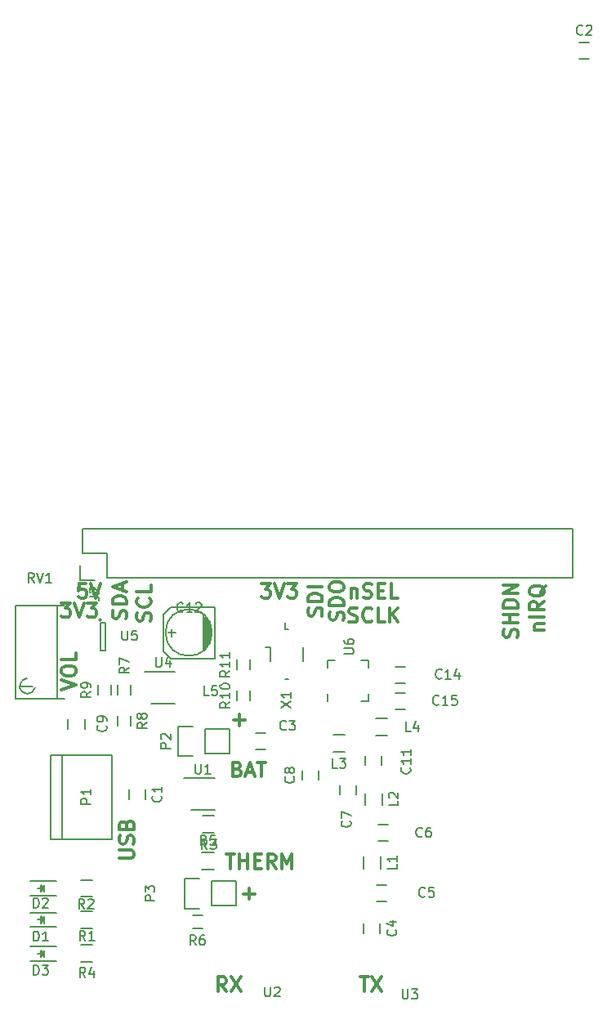
<source format=gbr>
G04 #@! TF.FileFunction,Legend,Top*
%FSLAX46Y46*%
G04 Gerber Fmt 4.6, Leading zero omitted, Abs format (unit mm)*
G04 Created by KiCad (PCBNEW 4.0.4-stable) date 04/06/17 21:17:55*
%MOMM*%
%LPD*%
G01*
G04 APERTURE LIST*
%ADD10C,0.100000*%
%ADD11C,0.300000*%
%ADD12C,0.150000*%
G04 APERTURE END LIST*
D10*
D11*
X97528572Y-114307143D02*
X98671429Y-114307143D01*
X98100000Y-114878571D02*
X98100000Y-113735714D01*
X98528572Y-132307143D02*
X99671429Y-132307143D01*
X99100000Y-132878571D02*
X99100000Y-131735714D01*
X79642858Y-102178571D02*
X80571429Y-102178571D01*
X80071429Y-102750000D01*
X80285715Y-102750000D01*
X80428572Y-102821429D01*
X80500001Y-102892857D01*
X80571429Y-103035714D01*
X80571429Y-103392857D01*
X80500001Y-103535714D01*
X80428572Y-103607143D01*
X80285715Y-103678571D01*
X79857143Y-103678571D01*
X79714286Y-103607143D01*
X79642858Y-103535714D01*
X81000000Y-102178571D02*
X81500000Y-103678571D01*
X82000000Y-102178571D01*
X82357143Y-102178571D02*
X83285714Y-102178571D01*
X82785714Y-102750000D01*
X83000000Y-102750000D01*
X83142857Y-102821429D01*
X83214286Y-102892857D01*
X83285714Y-103035714D01*
X83285714Y-103392857D01*
X83214286Y-103535714D01*
X83142857Y-103607143D01*
X83000000Y-103678571D01*
X82571428Y-103678571D01*
X82428571Y-103607143D01*
X82357143Y-103535714D01*
X82214287Y-100178571D02*
X81500001Y-100178571D01*
X81428572Y-100892857D01*
X81500001Y-100821429D01*
X81642858Y-100750000D01*
X82000001Y-100750000D01*
X82142858Y-100821429D01*
X82214287Y-100892857D01*
X82285715Y-101035714D01*
X82285715Y-101392857D01*
X82214287Y-101535714D01*
X82142858Y-101607143D01*
X82000001Y-101678571D01*
X81642858Y-101678571D01*
X81500001Y-101607143D01*
X81428572Y-101535714D01*
X82714286Y-100178571D02*
X83214286Y-101678571D01*
X83714286Y-100178571D01*
X88857143Y-104035714D02*
X88928571Y-103821428D01*
X88928571Y-103464285D01*
X88857143Y-103321428D01*
X88785714Y-103249999D01*
X88642857Y-103178571D01*
X88500000Y-103178571D01*
X88357143Y-103249999D01*
X88285714Y-103321428D01*
X88214286Y-103464285D01*
X88142857Y-103749999D01*
X88071429Y-103892857D01*
X88000000Y-103964285D01*
X87857143Y-104035714D01*
X87714286Y-104035714D01*
X87571429Y-103964285D01*
X87500000Y-103892857D01*
X87428571Y-103749999D01*
X87428571Y-103392857D01*
X87500000Y-103178571D01*
X88785714Y-101678571D02*
X88857143Y-101750000D01*
X88928571Y-101964286D01*
X88928571Y-102107143D01*
X88857143Y-102321428D01*
X88714286Y-102464286D01*
X88571429Y-102535714D01*
X88285714Y-102607143D01*
X88071429Y-102607143D01*
X87785714Y-102535714D01*
X87642857Y-102464286D01*
X87500000Y-102321428D01*
X87428571Y-102107143D01*
X87428571Y-101964286D01*
X87500000Y-101750000D01*
X87571429Y-101678571D01*
X88928571Y-100321428D02*
X88928571Y-101035714D01*
X87428571Y-101035714D01*
X86357143Y-103821428D02*
X86428571Y-103607142D01*
X86428571Y-103249999D01*
X86357143Y-103107142D01*
X86285714Y-103035713D01*
X86142857Y-102964285D01*
X86000000Y-102964285D01*
X85857143Y-103035713D01*
X85785714Y-103107142D01*
X85714286Y-103249999D01*
X85642857Y-103535713D01*
X85571429Y-103678571D01*
X85500000Y-103749999D01*
X85357143Y-103821428D01*
X85214286Y-103821428D01*
X85071429Y-103749999D01*
X85000000Y-103678571D01*
X84928571Y-103535713D01*
X84928571Y-103178571D01*
X85000000Y-102964285D01*
X86428571Y-102321428D02*
X84928571Y-102321428D01*
X84928571Y-101964285D01*
X85000000Y-101750000D01*
X85142857Y-101607142D01*
X85285714Y-101535714D01*
X85571429Y-101464285D01*
X85785714Y-101464285D01*
X86071429Y-101535714D01*
X86214286Y-101607142D01*
X86357143Y-101750000D01*
X86428571Y-101964285D01*
X86428571Y-102321428D01*
X86000000Y-100892857D02*
X86000000Y-100178571D01*
X86428571Y-101035714D02*
X84928571Y-100535714D01*
X86428571Y-100035714D01*
X128678571Y-104964286D02*
X129678571Y-104964286D01*
X128821429Y-104964286D02*
X128750000Y-104892858D01*
X128678571Y-104750000D01*
X128678571Y-104535715D01*
X128750000Y-104392858D01*
X128892857Y-104321429D01*
X129678571Y-104321429D01*
X129678571Y-103607143D02*
X128178571Y-103607143D01*
X129678571Y-102035714D02*
X128964286Y-102535714D01*
X129678571Y-102892857D02*
X128178571Y-102892857D01*
X128178571Y-102321429D01*
X128250000Y-102178571D01*
X128321429Y-102107143D01*
X128464286Y-102035714D01*
X128678571Y-102035714D01*
X128821429Y-102107143D01*
X128892857Y-102178571D01*
X128964286Y-102321429D01*
X128964286Y-102892857D01*
X129821429Y-100392857D02*
X129750000Y-100535714D01*
X129607143Y-100678571D01*
X129392857Y-100892857D01*
X129321429Y-101035714D01*
X129321429Y-101178571D01*
X129678571Y-101107143D02*
X129607143Y-101250000D01*
X129464286Y-101392857D01*
X129178571Y-101464286D01*
X128678571Y-101464286D01*
X128392857Y-101392857D01*
X128250000Y-101250000D01*
X128178571Y-101107143D01*
X128178571Y-100821429D01*
X128250000Y-100678571D01*
X128392857Y-100535714D01*
X128678571Y-100464286D01*
X129178571Y-100464286D01*
X129464286Y-100535714D01*
X129607143Y-100678571D01*
X129678571Y-100821429D01*
X129678571Y-101107143D01*
X126857143Y-105750000D02*
X126928571Y-105535714D01*
X126928571Y-105178571D01*
X126857143Y-105035714D01*
X126785714Y-104964285D01*
X126642857Y-104892857D01*
X126500000Y-104892857D01*
X126357143Y-104964285D01*
X126285714Y-105035714D01*
X126214286Y-105178571D01*
X126142857Y-105464285D01*
X126071429Y-105607143D01*
X126000000Y-105678571D01*
X125857143Y-105750000D01*
X125714286Y-105750000D01*
X125571429Y-105678571D01*
X125500000Y-105607143D01*
X125428571Y-105464285D01*
X125428571Y-105107143D01*
X125500000Y-104892857D01*
X126928571Y-104250000D02*
X125428571Y-104250000D01*
X126142857Y-104250000D02*
X126142857Y-103392857D01*
X126928571Y-103392857D02*
X125428571Y-103392857D01*
X126928571Y-102678571D02*
X125428571Y-102678571D01*
X125428571Y-102321428D01*
X125500000Y-102107143D01*
X125642857Y-101964285D01*
X125785714Y-101892857D01*
X126071429Y-101821428D01*
X126285714Y-101821428D01*
X126571429Y-101892857D01*
X126714286Y-101964285D01*
X126857143Y-102107143D01*
X126928571Y-102321428D01*
X126928571Y-102678571D01*
X126928571Y-101178571D02*
X125428571Y-101178571D01*
X126928571Y-100321428D01*
X125428571Y-100321428D01*
X109464286Y-104107143D02*
X109678572Y-104178571D01*
X110035715Y-104178571D01*
X110178572Y-104107143D01*
X110250001Y-104035714D01*
X110321429Y-103892857D01*
X110321429Y-103750000D01*
X110250001Y-103607143D01*
X110178572Y-103535714D01*
X110035715Y-103464286D01*
X109750001Y-103392857D01*
X109607143Y-103321429D01*
X109535715Y-103250000D01*
X109464286Y-103107143D01*
X109464286Y-102964286D01*
X109535715Y-102821429D01*
X109607143Y-102750000D01*
X109750001Y-102678571D01*
X110107143Y-102678571D01*
X110321429Y-102750000D01*
X111821429Y-104035714D02*
X111750000Y-104107143D01*
X111535714Y-104178571D01*
X111392857Y-104178571D01*
X111178572Y-104107143D01*
X111035714Y-103964286D01*
X110964286Y-103821429D01*
X110892857Y-103535714D01*
X110892857Y-103321429D01*
X110964286Y-103035714D01*
X111035714Y-102892857D01*
X111178572Y-102750000D01*
X111392857Y-102678571D01*
X111535714Y-102678571D01*
X111750000Y-102750000D01*
X111821429Y-102821429D01*
X113178572Y-104178571D02*
X112464286Y-104178571D01*
X112464286Y-102678571D01*
X113678572Y-104178571D02*
X113678572Y-102678571D01*
X114535715Y-104178571D02*
X113892858Y-103321429D01*
X114535715Y-102678571D02*
X113678572Y-103535714D01*
X109678572Y-100678571D02*
X109678572Y-101678571D01*
X109678572Y-100821429D02*
X109750000Y-100750000D01*
X109892858Y-100678571D01*
X110107143Y-100678571D01*
X110250000Y-100750000D01*
X110321429Y-100892857D01*
X110321429Y-101678571D01*
X110964286Y-101607143D02*
X111178572Y-101678571D01*
X111535715Y-101678571D01*
X111678572Y-101607143D01*
X111750001Y-101535714D01*
X111821429Y-101392857D01*
X111821429Y-101250000D01*
X111750001Y-101107143D01*
X111678572Y-101035714D01*
X111535715Y-100964286D01*
X111250001Y-100892857D01*
X111107143Y-100821429D01*
X111035715Y-100750000D01*
X110964286Y-100607143D01*
X110964286Y-100464286D01*
X111035715Y-100321429D01*
X111107143Y-100250000D01*
X111250001Y-100178571D01*
X111607143Y-100178571D01*
X111821429Y-100250000D01*
X112464286Y-100892857D02*
X112964286Y-100892857D01*
X113178572Y-101678571D02*
X112464286Y-101678571D01*
X112464286Y-100178571D01*
X113178572Y-100178571D01*
X114535715Y-101678571D02*
X113821429Y-101678571D01*
X113821429Y-100178571D01*
X108857143Y-103964286D02*
X108928571Y-103750000D01*
X108928571Y-103392857D01*
X108857143Y-103250000D01*
X108785714Y-103178571D01*
X108642857Y-103107143D01*
X108500000Y-103107143D01*
X108357143Y-103178571D01*
X108285714Y-103250000D01*
X108214286Y-103392857D01*
X108142857Y-103678571D01*
X108071429Y-103821429D01*
X108000000Y-103892857D01*
X107857143Y-103964286D01*
X107714286Y-103964286D01*
X107571429Y-103892857D01*
X107500000Y-103821429D01*
X107428571Y-103678571D01*
X107428571Y-103321429D01*
X107500000Y-103107143D01*
X108928571Y-102464286D02*
X107428571Y-102464286D01*
X107428571Y-102107143D01*
X107500000Y-101892858D01*
X107642857Y-101750000D01*
X107785714Y-101678572D01*
X108071429Y-101607143D01*
X108285714Y-101607143D01*
X108571429Y-101678572D01*
X108714286Y-101750000D01*
X108857143Y-101892858D01*
X108928571Y-102107143D01*
X108928571Y-102464286D01*
X107428571Y-100678572D02*
X107428571Y-100392858D01*
X107500000Y-100250000D01*
X107642857Y-100107143D01*
X107928571Y-100035715D01*
X108428571Y-100035715D01*
X108714286Y-100107143D01*
X108857143Y-100250000D01*
X108928571Y-100392858D01*
X108928571Y-100678572D01*
X108857143Y-100821429D01*
X108714286Y-100964286D01*
X108428571Y-101035715D01*
X107928571Y-101035715D01*
X107642857Y-100964286D01*
X107500000Y-100821429D01*
X107428571Y-100678572D01*
X106607143Y-103535714D02*
X106678571Y-103321428D01*
X106678571Y-102964285D01*
X106607143Y-102821428D01*
X106535714Y-102749999D01*
X106392857Y-102678571D01*
X106250000Y-102678571D01*
X106107143Y-102749999D01*
X106035714Y-102821428D01*
X105964286Y-102964285D01*
X105892857Y-103249999D01*
X105821429Y-103392857D01*
X105750000Y-103464285D01*
X105607143Y-103535714D01*
X105464286Y-103535714D01*
X105321429Y-103464285D01*
X105250000Y-103392857D01*
X105178571Y-103249999D01*
X105178571Y-102892857D01*
X105250000Y-102678571D01*
X106678571Y-102035714D02*
X105178571Y-102035714D01*
X105178571Y-101678571D01*
X105250000Y-101464286D01*
X105392857Y-101321428D01*
X105535714Y-101250000D01*
X105821429Y-101178571D01*
X106035714Y-101178571D01*
X106321429Y-101250000D01*
X106464286Y-101321428D01*
X106607143Y-101464286D01*
X106678571Y-101678571D01*
X106678571Y-102035714D01*
X106678571Y-100535714D02*
X105178571Y-100535714D01*
X100392858Y-100178571D02*
X101321429Y-100178571D01*
X100821429Y-100750000D01*
X101035715Y-100750000D01*
X101178572Y-100821429D01*
X101250001Y-100892857D01*
X101321429Y-101035714D01*
X101321429Y-101392857D01*
X101250001Y-101535714D01*
X101178572Y-101607143D01*
X101035715Y-101678571D01*
X100607143Y-101678571D01*
X100464286Y-101607143D01*
X100392858Y-101535714D01*
X101750000Y-100178571D02*
X102250000Y-101678571D01*
X102750000Y-100178571D01*
X103107143Y-100178571D02*
X104035714Y-100178571D01*
X103535714Y-100750000D01*
X103750000Y-100750000D01*
X103892857Y-100821429D01*
X103964286Y-100892857D01*
X104035714Y-101035714D01*
X104035714Y-101392857D01*
X103964286Y-101535714D01*
X103892857Y-101607143D01*
X103750000Y-101678571D01*
X103321428Y-101678571D01*
X103178571Y-101607143D01*
X103107143Y-101535714D01*
X110607143Y-140928571D02*
X111464286Y-140928571D01*
X111035715Y-142428571D02*
X111035715Y-140928571D01*
X111821429Y-140928571D02*
X112821429Y-142428571D01*
X112821429Y-140928571D02*
X111821429Y-142428571D01*
X96750001Y-142428571D02*
X96250001Y-141714286D01*
X95892858Y-142428571D02*
X95892858Y-140928571D01*
X96464286Y-140928571D01*
X96607144Y-141000000D01*
X96678572Y-141071429D01*
X96750001Y-141214286D01*
X96750001Y-141428571D01*
X96678572Y-141571429D01*
X96607144Y-141642857D01*
X96464286Y-141714286D01*
X95892858Y-141714286D01*
X97250001Y-140928571D02*
X98250001Y-142428571D01*
X98250001Y-140928571D02*
X97250001Y-142428571D01*
X96750000Y-128178571D02*
X97607143Y-128178571D01*
X97178572Y-129678571D02*
X97178572Y-128178571D01*
X98107143Y-129678571D02*
X98107143Y-128178571D01*
X98107143Y-128892857D02*
X98964286Y-128892857D01*
X98964286Y-129678571D02*
X98964286Y-128178571D01*
X99678572Y-128892857D02*
X100178572Y-128892857D01*
X100392858Y-129678571D02*
X99678572Y-129678571D01*
X99678572Y-128178571D01*
X100392858Y-128178571D01*
X101892858Y-129678571D02*
X101392858Y-128964286D01*
X101035715Y-129678571D02*
X101035715Y-128178571D01*
X101607143Y-128178571D01*
X101750001Y-128250000D01*
X101821429Y-128321429D01*
X101892858Y-128464286D01*
X101892858Y-128678571D01*
X101821429Y-128821429D01*
X101750001Y-128892857D01*
X101607143Y-128964286D01*
X101035715Y-128964286D01*
X102535715Y-129678571D02*
X102535715Y-128178571D01*
X103035715Y-129250000D01*
X103535715Y-128178571D01*
X103535715Y-129678571D01*
X97892858Y-119392857D02*
X98107144Y-119464286D01*
X98178572Y-119535714D01*
X98250001Y-119678571D01*
X98250001Y-119892857D01*
X98178572Y-120035714D01*
X98107144Y-120107143D01*
X97964286Y-120178571D01*
X97392858Y-120178571D01*
X97392858Y-118678571D01*
X97892858Y-118678571D01*
X98035715Y-118750000D01*
X98107144Y-118821429D01*
X98178572Y-118964286D01*
X98178572Y-119107143D01*
X98107144Y-119250000D01*
X98035715Y-119321429D01*
X97892858Y-119392857D01*
X97392858Y-119392857D01*
X98821429Y-119750000D02*
X99535715Y-119750000D01*
X98678572Y-120178571D02*
X99178572Y-118678571D01*
X99678572Y-120178571D01*
X99964286Y-118678571D02*
X100821429Y-118678571D01*
X100392858Y-120178571D02*
X100392858Y-118678571D01*
X79678571Y-111142857D02*
X81178571Y-110642857D01*
X79678571Y-110142857D01*
X79678571Y-109357143D02*
X79678571Y-109071429D01*
X79750000Y-108928571D01*
X79892857Y-108785714D01*
X80178571Y-108714286D01*
X80678571Y-108714286D01*
X80964286Y-108785714D01*
X81107143Y-108928571D01*
X81178571Y-109071429D01*
X81178571Y-109357143D01*
X81107143Y-109500000D01*
X80964286Y-109642857D01*
X80678571Y-109714286D01*
X80178571Y-109714286D01*
X79892857Y-109642857D01*
X79750000Y-109500000D01*
X79678571Y-109357143D01*
X81178571Y-107357142D02*
X81178571Y-108071428D01*
X79678571Y-108071428D01*
X85678571Y-128642857D02*
X86892857Y-128642857D01*
X87035714Y-128571429D01*
X87107143Y-128500000D01*
X87178571Y-128357143D01*
X87178571Y-128071429D01*
X87107143Y-127928571D01*
X87035714Y-127857143D01*
X86892857Y-127785714D01*
X85678571Y-127785714D01*
X87107143Y-127142857D02*
X87178571Y-126928571D01*
X87178571Y-126571428D01*
X87107143Y-126428571D01*
X87035714Y-126357142D01*
X86892857Y-126285714D01*
X86750000Y-126285714D01*
X86607143Y-126357142D01*
X86535714Y-126428571D01*
X86464286Y-126571428D01*
X86392857Y-126857142D01*
X86321429Y-127000000D01*
X86250000Y-127071428D01*
X86107143Y-127142857D01*
X85964286Y-127142857D01*
X85821429Y-127071428D01*
X85750000Y-127000000D01*
X85678571Y-126857142D01*
X85678571Y-126500000D01*
X85750000Y-126285714D01*
X86392857Y-125142857D02*
X86464286Y-124928571D01*
X86535714Y-124857143D01*
X86678571Y-124785714D01*
X86892857Y-124785714D01*
X87035714Y-124857143D01*
X87107143Y-124928571D01*
X87178571Y-125071429D01*
X87178571Y-125642857D01*
X85678571Y-125642857D01*
X85678571Y-125142857D01*
X85750000Y-125000000D01*
X85821429Y-124928571D01*
X85964286Y-124857143D01*
X86107143Y-124857143D01*
X86250000Y-124928571D01*
X86321429Y-125000000D01*
X86392857Y-125142857D01*
X86392857Y-125642857D01*
D12*
X88975000Y-112600000D02*
X91425000Y-112600000D01*
X88250000Y-109300000D02*
X91425000Y-109300000D01*
X132640000Y-94480000D02*
X81840000Y-94480000D01*
X84380000Y-99560000D02*
X132640000Y-99560000D01*
X132640000Y-94480000D02*
X132640000Y-99560000D01*
X81840000Y-94480000D02*
X81840000Y-97020000D01*
X81560000Y-98290000D02*
X81560000Y-99840000D01*
X81840000Y-97020000D02*
X84380000Y-97020000D01*
X84380000Y-97020000D02*
X84380000Y-99560000D01*
X81560000Y-99840000D02*
X83110000Y-99840000D01*
X88350000Y-122500000D02*
X88350000Y-121500000D01*
X86650000Y-121500000D02*
X86650000Y-122500000D01*
X134323333Y-44125000D02*
X133323333Y-44125000D01*
X133323333Y-45825000D02*
X134323333Y-45825000D01*
X100810000Y-115630000D02*
X99810000Y-115630000D01*
X99810000Y-117330000D02*
X100810000Y-117330000D01*
X112675000Y-136375000D02*
X112675000Y-135375000D01*
X110975000Y-135375000D02*
X110975000Y-136375000D01*
X113350000Y-131425000D02*
X112350000Y-131425000D01*
X112350000Y-133125000D02*
X113350000Y-133125000D01*
X113500000Y-125150000D02*
X112500000Y-125150000D01*
X112500000Y-126850000D02*
X113500000Y-126850000D01*
X110200000Y-122050000D02*
X110200000Y-121050000D01*
X108500000Y-121050000D02*
X108500000Y-122050000D01*
X104600000Y-119525000D02*
X104600000Y-120525000D01*
X106300000Y-120525000D02*
X106300000Y-119525000D01*
X82050000Y-115200000D02*
X82050000Y-114200000D01*
X80350000Y-114200000D02*
X80350000Y-115200000D01*
X112850000Y-119000000D02*
X112850000Y-118000000D01*
X111150000Y-118000000D02*
X111150000Y-119000000D01*
X95136000Y-105885000D02*
X95136000Y-104488000D01*
X95009000Y-106139000D02*
X95009000Y-104361000D01*
X94882000Y-106520000D02*
X94882000Y-103980000D01*
X94755000Y-103853000D02*
X94755000Y-106647000D01*
X94628000Y-106774000D02*
X94628000Y-103726000D01*
X94501000Y-103599000D02*
X94501000Y-106901000D01*
X94374000Y-107028000D02*
X94374000Y-103472000D01*
X95517000Y-107917000D02*
X90945000Y-107917000D01*
X90945000Y-107917000D02*
X90183000Y-107155000D01*
X90183000Y-107155000D02*
X90183000Y-103345000D01*
X90183000Y-103345000D02*
X90945000Y-102583000D01*
X90945000Y-102583000D02*
X95517000Y-102583000D01*
X95517000Y-102583000D02*
X95517000Y-107917000D01*
X90691000Y-105250000D02*
X91453000Y-105250000D01*
X91072000Y-105631000D02*
X91072000Y-104869000D01*
X95263000Y-105250000D02*
G75*
G03X95263000Y-105250000I-2413000J0D01*
G01*
X114250000Y-110500000D02*
X115250000Y-110500000D01*
X115250000Y-108800000D02*
X114250000Y-108800000D01*
X114250000Y-113200000D02*
X115250000Y-113200000D01*
X115250000Y-111500000D02*
X114250000Y-111500000D01*
X79100000Y-134250000D02*
X76400000Y-134250000D01*
X79100000Y-135750000D02*
X76400000Y-135750000D01*
X77600000Y-134850000D02*
X77600000Y-135100000D01*
X77600000Y-135100000D02*
X77750000Y-134950000D01*
X77850000Y-135350000D02*
X77850000Y-134650000D01*
X77500000Y-135000000D02*
X77150000Y-135000000D01*
X77850000Y-135000000D02*
X77500000Y-135350000D01*
X77500000Y-135350000D02*
X77500000Y-134650000D01*
X77500000Y-134650000D02*
X77850000Y-135000000D01*
X79100000Y-131000000D02*
X76400000Y-131000000D01*
X79100000Y-132500000D02*
X76400000Y-132500000D01*
X77600000Y-131600000D02*
X77600000Y-131850000D01*
X77600000Y-131850000D02*
X77750000Y-131700000D01*
X77850000Y-132100000D02*
X77850000Y-131400000D01*
X77500000Y-131750000D02*
X77150000Y-131750000D01*
X77850000Y-131750000D02*
X77500000Y-132100000D01*
X77500000Y-132100000D02*
X77500000Y-131400000D01*
X77500000Y-131400000D02*
X77850000Y-131750000D01*
X79100000Y-137750000D02*
X76400000Y-137750000D01*
X79100000Y-139250000D02*
X76400000Y-139250000D01*
X77600000Y-138350000D02*
X77600000Y-138600000D01*
X77600000Y-138600000D02*
X77750000Y-138450000D01*
X77850000Y-138850000D02*
X77850000Y-138150000D01*
X77500000Y-138500000D02*
X77150000Y-138500000D01*
X77850000Y-138500000D02*
X77500000Y-138850000D01*
X77500000Y-138850000D02*
X77500000Y-138150000D01*
X77500000Y-138150000D02*
X77850000Y-138500000D01*
X110975000Y-129675000D02*
X110975000Y-128475000D01*
X112725000Y-128475000D02*
X112725000Y-129675000D01*
X111125000Y-123100000D02*
X111125000Y-121900000D01*
X112875000Y-121900000D02*
X112875000Y-123100000D01*
X107800000Y-115850000D02*
X109000000Y-115850000D01*
X109000000Y-117600000D02*
X107800000Y-117600000D01*
X112200000Y-114125000D02*
X113400000Y-114125000D01*
X113400000Y-115875000D02*
X112200000Y-115875000D01*
X78522540Y-117949100D02*
X78522540Y-126649100D01*
X84927540Y-117949100D02*
X84927540Y-126649100D01*
X84927540Y-126649100D02*
X78522540Y-126649100D01*
X79752540Y-126649100D02*
X79752540Y-117949100D01*
X78522540Y-117949100D02*
X84927540Y-117949100D01*
X94580000Y-115240000D02*
X97120000Y-115240000D01*
X91760000Y-114960000D02*
X93310000Y-114960000D01*
X94580000Y-115240000D02*
X94580000Y-117780000D01*
X93310000Y-118060000D02*
X91760000Y-118060000D01*
X91760000Y-118060000D02*
X91760000Y-114960000D01*
X94580000Y-117780000D02*
X97120000Y-117780000D01*
X97120000Y-117780000D02*
X97120000Y-115240000D01*
X82850000Y-135875000D02*
X81650000Y-135875000D01*
X81650000Y-134125000D02*
X82850000Y-134125000D01*
X82850000Y-132625000D02*
X81650000Y-132625000D01*
X81650000Y-130875000D02*
X82850000Y-130875000D01*
X94310000Y-124245000D02*
X95510000Y-124245000D01*
X95510000Y-125995000D02*
X94310000Y-125995000D01*
X82850000Y-139375000D02*
X81650000Y-139375000D01*
X81650000Y-137625000D02*
X82850000Y-137625000D01*
X95430000Y-129795000D02*
X94230000Y-129795000D01*
X94230000Y-128045000D02*
X95430000Y-128045000D01*
X93250000Y-134575000D02*
X94250000Y-134575000D01*
X94250000Y-135925000D02*
X93250000Y-135925000D01*
X85475000Y-111700000D02*
X85475000Y-110700000D01*
X86825000Y-110700000D02*
X86825000Y-111700000D01*
X85475000Y-114900000D02*
X85475000Y-113900000D01*
X86825000Y-113900000D02*
X86825000Y-114900000D01*
X84825000Y-110700000D02*
X84825000Y-111700000D01*
X83475000Y-111700000D02*
X83475000Y-110700000D01*
X99225000Y-111300000D02*
X99225000Y-112300000D01*
X97875000Y-112300000D02*
X97875000Y-111300000D01*
X99225000Y-108075000D02*
X99225000Y-109075000D01*
X97875000Y-109075000D02*
X97875000Y-108075000D01*
X75368000Y-110796000D02*
X76638000Y-110796000D01*
X76117300Y-110008600D02*
X75863300Y-110046700D01*
X75863300Y-110046700D02*
X75583900Y-110224500D01*
X75583900Y-110224500D02*
X75368000Y-110542000D01*
X75368000Y-110542000D02*
X75355300Y-110986500D01*
X75355300Y-110986500D02*
X75558500Y-111342100D01*
X75558500Y-111342100D02*
X75850600Y-111519900D01*
X75850600Y-111519900D02*
X76168100Y-111570700D01*
X76168100Y-111570700D02*
X76574500Y-111469100D01*
X76574500Y-111469100D02*
X76828500Y-111126200D01*
X76828500Y-111126200D02*
X76917400Y-110948400D01*
X79178000Y-102414000D02*
X79178000Y-112066000D01*
X76130000Y-112066000D02*
X74860000Y-112066000D01*
X74860000Y-112066000D02*
X74860000Y-102414000D01*
X74860000Y-102414000D02*
X79940000Y-102414000D01*
X79940000Y-112066000D02*
X77400000Y-112066000D01*
X77400000Y-112066000D02*
X76130000Y-112066000D01*
X93085000Y-123650000D02*
X95535000Y-123650000D01*
X92360000Y-120350000D02*
X95535000Y-120350000D01*
X107200000Y-108100000D02*
X107975000Y-108100000D01*
X111500000Y-112400000D02*
X110725000Y-112400000D01*
X111500000Y-108100000D02*
X110725000Y-108100000D01*
X107200000Y-112400000D02*
X107200000Y-111625000D01*
X111500000Y-112400000D02*
X111500000Y-111625000D01*
X111500000Y-108100000D02*
X111500000Y-108875000D01*
X107200000Y-108100000D02*
X107200000Y-108875000D01*
X102800000Y-104900000D02*
X102800000Y-104200000D01*
X101300000Y-106800000D02*
X100800000Y-106800000D01*
X101300000Y-108202080D02*
X101300000Y-106800000D01*
X104700000Y-106798960D02*
X104700000Y-108201040D01*
X102800000Y-110100000D02*
X103200000Y-110100000D01*
X102800000Y-104900000D02*
X103200000Y-104900000D01*
X83760000Y-103940000D02*
G75*
G03X83760000Y-103940000I-100000J0D01*
G01*
X84210000Y-104190000D02*
X83710000Y-104190000D01*
X84210000Y-107090000D02*
X84210000Y-104190000D01*
X83710000Y-107090000D02*
X84210000Y-107090000D01*
X83710000Y-104190000D02*
X83710000Y-107090000D01*
X95240000Y-131010000D02*
X97780000Y-131010000D01*
X92420000Y-130730000D02*
X93970000Y-130730000D01*
X95240000Y-131010000D02*
X95240000Y-133550000D01*
X93970000Y-133830000D02*
X92420000Y-133830000D01*
X92420000Y-133830000D02*
X92420000Y-130730000D01*
X95240000Y-133550000D02*
X97780000Y-133550000D01*
X97780000Y-133550000D02*
X97780000Y-131010000D01*
X89438095Y-107827381D02*
X89438095Y-108636905D01*
X89485714Y-108732143D01*
X89533333Y-108779762D01*
X89628571Y-108827381D01*
X89819048Y-108827381D01*
X89914286Y-108779762D01*
X89961905Y-108732143D01*
X90009524Y-108636905D01*
X90009524Y-107827381D01*
X90914286Y-108160714D02*
X90914286Y-108827381D01*
X90676190Y-107779762D02*
X90438095Y-108494048D01*
X91057143Y-108494048D01*
X82562381Y-101544333D02*
X83276667Y-101544333D01*
X83419524Y-101591953D01*
X83514762Y-101687191D01*
X83562381Y-101830048D01*
X83562381Y-101925286D01*
X82657619Y-101115762D02*
X82610000Y-101068143D01*
X82562381Y-100972905D01*
X82562381Y-100734809D01*
X82610000Y-100639571D01*
X82657619Y-100591952D01*
X82752857Y-100544333D01*
X82848095Y-100544333D01*
X82990952Y-100591952D01*
X83562381Y-101163381D01*
X83562381Y-100544333D01*
X89957143Y-122166666D02*
X90004762Y-122214285D01*
X90052381Y-122357142D01*
X90052381Y-122452380D01*
X90004762Y-122595238D01*
X89909524Y-122690476D01*
X89814286Y-122738095D01*
X89623810Y-122785714D01*
X89480952Y-122785714D01*
X89290476Y-122738095D01*
X89195238Y-122690476D01*
X89100000Y-122595238D01*
X89052381Y-122452380D01*
X89052381Y-122357142D01*
X89100000Y-122214285D01*
X89147619Y-122166666D01*
X90052381Y-121214285D02*
X90052381Y-121785714D01*
X90052381Y-121500000D02*
X89052381Y-121500000D01*
X89195238Y-121595238D01*
X89290476Y-121690476D01*
X89338095Y-121785714D01*
X133656667Y-43232143D02*
X133609048Y-43279762D01*
X133466191Y-43327381D01*
X133370953Y-43327381D01*
X133228095Y-43279762D01*
X133132857Y-43184524D01*
X133085238Y-43089286D01*
X133037619Y-42898810D01*
X133037619Y-42755952D01*
X133085238Y-42565476D01*
X133132857Y-42470238D01*
X133228095Y-42375000D01*
X133370953Y-42327381D01*
X133466191Y-42327381D01*
X133609048Y-42375000D01*
X133656667Y-42422619D01*
X134037619Y-42422619D02*
X134085238Y-42375000D01*
X134180476Y-42327381D01*
X134418572Y-42327381D01*
X134513810Y-42375000D01*
X134561429Y-42422619D01*
X134609048Y-42517857D01*
X134609048Y-42613095D01*
X134561429Y-42755952D01*
X133990000Y-43327381D01*
X134609048Y-43327381D01*
X102933334Y-115257143D02*
X102885715Y-115304762D01*
X102742858Y-115352381D01*
X102647620Y-115352381D01*
X102504762Y-115304762D01*
X102409524Y-115209524D01*
X102361905Y-115114286D01*
X102314286Y-114923810D01*
X102314286Y-114780952D01*
X102361905Y-114590476D01*
X102409524Y-114495238D01*
X102504762Y-114400000D01*
X102647620Y-114352381D01*
X102742858Y-114352381D01*
X102885715Y-114400000D01*
X102933334Y-114447619D01*
X103266667Y-114352381D02*
X103885715Y-114352381D01*
X103552381Y-114733333D01*
X103695239Y-114733333D01*
X103790477Y-114780952D01*
X103838096Y-114828571D01*
X103885715Y-114923810D01*
X103885715Y-115161905D01*
X103838096Y-115257143D01*
X103790477Y-115304762D01*
X103695239Y-115352381D01*
X103409524Y-115352381D01*
X103314286Y-115304762D01*
X103266667Y-115257143D01*
X114282143Y-136041666D02*
X114329762Y-136089285D01*
X114377381Y-136232142D01*
X114377381Y-136327380D01*
X114329762Y-136470238D01*
X114234524Y-136565476D01*
X114139286Y-136613095D01*
X113948810Y-136660714D01*
X113805952Y-136660714D01*
X113615476Y-136613095D01*
X113520238Y-136565476D01*
X113425000Y-136470238D01*
X113377381Y-136327380D01*
X113377381Y-136232142D01*
X113425000Y-136089285D01*
X113472619Y-136041666D01*
X113710714Y-135184523D02*
X114377381Y-135184523D01*
X113329762Y-135422619D02*
X114044048Y-135660714D01*
X114044048Y-135041666D01*
X117333334Y-132557143D02*
X117285715Y-132604762D01*
X117142858Y-132652381D01*
X117047620Y-132652381D01*
X116904762Y-132604762D01*
X116809524Y-132509524D01*
X116761905Y-132414286D01*
X116714286Y-132223810D01*
X116714286Y-132080952D01*
X116761905Y-131890476D01*
X116809524Y-131795238D01*
X116904762Y-131700000D01*
X117047620Y-131652381D01*
X117142858Y-131652381D01*
X117285715Y-131700000D01*
X117333334Y-131747619D01*
X118238096Y-131652381D02*
X117761905Y-131652381D01*
X117714286Y-132128571D01*
X117761905Y-132080952D01*
X117857143Y-132033333D01*
X118095239Y-132033333D01*
X118190477Y-132080952D01*
X118238096Y-132128571D01*
X118285715Y-132223810D01*
X118285715Y-132461905D01*
X118238096Y-132557143D01*
X118190477Y-132604762D01*
X118095239Y-132652381D01*
X117857143Y-132652381D01*
X117761905Y-132604762D01*
X117714286Y-132557143D01*
X117033334Y-126357143D02*
X116985715Y-126404762D01*
X116842858Y-126452381D01*
X116747620Y-126452381D01*
X116604762Y-126404762D01*
X116509524Y-126309524D01*
X116461905Y-126214286D01*
X116414286Y-126023810D01*
X116414286Y-125880952D01*
X116461905Y-125690476D01*
X116509524Y-125595238D01*
X116604762Y-125500000D01*
X116747620Y-125452381D01*
X116842858Y-125452381D01*
X116985715Y-125500000D01*
X117033334Y-125547619D01*
X117890477Y-125452381D02*
X117700000Y-125452381D01*
X117604762Y-125500000D01*
X117557143Y-125547619D01*
X117461905Y-125690476D01*
X117414286Y-125880952D01*
X117414286Y-126261905D01*
X117461905Y-126357143D01*
X117509524Y-126404762D01*
X117604762Y-126452381D01*
X117795239Y-126452381D01*
X117890477Y-126404762D01*
X117938096Y-126357143D01*
X117985715Y-126261905D01*
X117985715Y-126023810D01*
X117938096Y-125928571D01*
X117890477Y-125880952D01*
X117795239Y-125833333D01*
X117604762Y-125833333D01*
X117509524Y-125880952D01*
X117461905Y-125928571D01*
X117414286Y-126023810D01*
X109557143Y-124766666D02*
X109604762Y-124814285D01*
X109652381Y-124957142D01*
X109652381Y-125052380D01*
X109604762Y-125195238D01*
X109509524Y-125290476D01*
X109414286Y-125338095D01*
X109223810Y-125385714D01*
X109080952Y-125385714D01*
X108890476Y-125338095D01*
X108795238Y-125290476D01*
X108700000Y-125195238D01*
X108652381Y-125052380D01*
X108652381Y-124957142D01*
X108700000Y-124814285D01*
X108747619Y-124766666D01*
X108652381Y-124433333D02*
X108652381Y-123766666D01*
X109652381Y-124195238D01*
X103707143Y-120191666D02*
X103754762Y-120239285D01*
X103802381Y-120382142D01*
X103802381Y-120477380D01*
X103754762Y-120620238D01*
X103659524Y-120715476D01*
X103564286Y-120763095D01*
X103373810Y-120810714D01*
X103230952Y-120810714D01*
X103040476Y-120763095D01*
X102945238Y-120715476D01*
X102850000Y-120620238D01*
X102802381Y-120477380D01*
X102802381Y-120382142D01*
X102850000Y-120239285D01*
X102897619Y-120191666D01*
X103230952Y-119620238D02*
X103183333Y-119715476D01*
X103135714Y-119763095D01*
X103040476Y-119810714D01*
X102992857Y-119810714D01*
X102897619Y-119763095D01*
X102850000Y-119715476D01*
X102802381Y-119620238D01*
X102802381Y-119429761D01*
X102850000Y-119334523D01*
X102897619Y-119286904D01*
X102992857Y-119239285D01*
X103040476Y-119239285D01*
X103135714Y-119286904D01*
X103183333Y-119334523D01*
X103230952Y-119429761D01*
X103230952Y-119620238D01*
X103278571Y-119715476D01*
X103326190Y-119763095D01*
X103421429Y-119810714D01*
X103611905Y-119810714D01*
X103707143Y-119763095D01*
X103754762Y-119715476D01*
X103802381Y-119620238D01*
X103802381Y-119429761D01*
X103754762Y-119334523D01*
X103707143Y-119286904D01*
X103611905Y-119239285D01*
X103421429Y-119239285D01*
X103326190Y-119286904D01*
X103278571Y-119334523D01*
X103230952Y-119429761D01*
X84257143Y-114866666D02*
X84304762Y-114914285D01*
X84352381Y-115057142D01*
X84352381Y-115152380D01*
X84304762Y-115295238D01*
X84209524Y-115390476D01*
X84114286Y-115438095D01*
X83923810Y-115485714D01*
X83780952Y-115485714D01*
X83590476Y-115438095D01*
X83495238Y-115390476D01*
X83400000Y-115295238D01*
X83352381Y-115152380D01*
X83352381Y-115057142D01*
X83400000Y-114914285D01*
X83447619Y-114866666D01*
X84352381Y-114390476D02*
X84352381Y-114200000D01*
X84304762Y-114104761D01*
X84257143Y-114057142D01*
X84114286Y-113961904D01*
X83923810Y-113914285D01*
X83542857Y-113914285D01*
X83447619Y-113961904D01*
X83400000Y-114009523D01*
X83352381Y-114104761D01*
X83352381Y-114295238D01*
X83400000Y-114390476D01*
X83447619Y-114438095D01*
X83542857Y-114485714D01*
X83780952Y-114485714D01*
X83876190Y-114438095D01*
X83923810Y-114390476D01*
X83971429Y-114295238D01*
X83971429Y-114104761D01*
X83923810Y-114009523D01*
X83876190Y-113961904D01*
X83780952Y-113914285D01*
X115757143Y-119242857D02*
X115804762Y-119290476D01*
X115852381Y-119433333D01*
X115852381Y-119528571D01*
X115804762Y-119671429D01*
X115709524Y-119766667D01*
X115614286Y-119814286D01*
X115423810Y-119861905D01*
X115280952Y-119861905D01*
X115090476Y-119814286D01*
X114995238Y-119766667D01*
X114900000Y-119671429D01*
X114852381Y-119528571D01*
X114852381Y-119433333D01*
X114900000Y-119290476D01*
X114947619Y-119242857D01*
X115852381Y-118290476D02*
X115852381Y-118861905D01*
X115852381Y-118576191D02*
X114852381Y-118576191D01*
X114995238Y-118671429D01*
X115090476Y-118766667D01*
X115138095Y-118861905D01*
X115852381Y-117338095D02*
X115852381Y-117909524D01*
X115852381Y-117623810D02*
X114852381Y-117623810D01*
X114995238Y-117719048D01*
X115090476Y-117814286D01*
X115138095Y-117909524D01*
X92257143Y-103057143D02*
X92209524Y-103104762D01*
X92066667Y-103152381D01*
X91971429Y-103152381D01*
X91828571Y-103104762D01*
X91733333Y-103009524D01*
X91685714Y-102914286D01*
X91638095Y-102723810D01*
X91638095Y-102580952D01*
X91685714Y-102390476D01*
X91733333Y-102295238D01*
X91828571Y-102200000D01*
X91971429Y-102152381D01*
X92066667Y-102152381D01*
X92209524Y-102200000D01*
X92257143Y-102247619D01*
X93209524Y-103152381D02*
X92638095Y-103152381D01*
X92923809Y-103152381D02*
X92923809Y-102152381D01*
X92828571Y-102295238D01*
X92733333Y-102390476D01*
X92638095Y-102438095D01*
X93590476Y-102247619D02*
X93638095Y-102200000D01*
X93733333Y-102152381D01*
X93971429Y-102152381D01*
X94066667Y-102200000D01*
X94114286Y-102247619D01*
X94161905Y-102342857D01*
X94161905Y-102438095D01*
X94114286Y-102580952D01*
X93542857Y-103152381D01*
X94161905Y-103152381D01*
X119057143Y-109957143D02*
X119009524Y-110004762D01*
X118866667Y-110052381D01*
X118771429Y-110052381D01*
X118628571Y-110004762D01*
X118533333Y-109909524D01*
X118485714Y-109814286D01*
X118438095Y-109623810D01*
X118438095Y-109480952D01*
X118485714Y-109290476D01*
X118533333Y-109195238D01*
X118628571Y-109100000D01*
X118771429Y-109052381D01*
X118866667Y-109052381D01*
X119009524Y-109100000D01*
X119057143Y-109147619D01*
X120009524Y-110052381D02*
X119438095Y-110052381D01*
X119723809Y-110052381D02*
X119723809Y-109052381D01*
X119628571Y-109195238D01*
X119533333Y-109290476D01*
X119438095Y-109338095D01*
X120866667Y-109385714D02*
X120866667Y-110052381D01*
X120628571Y-109004762D02*
X120390476Y-109719048D01*
X121009524Y-109719048D01*
X118757143Y-112657143D02*
X118709524Y-112704762D01*
X118566667Y-112752381D01*
X118471429Y-112752381D01*
X118328571Y-112704762D01*
X118233333Y-112609524D01*
X118185714Y-112514286D01*
X118138095Y-112323810D01*
X118138095Y-112180952D01*
X118185714Y-111990476D01*
X118233333Y-111895238D01*
X118328571Y-111800000D01*
X118471429Y-111752381D01*
X118566667Y-111752381D01*
X118709524Y-111800000D01*
X118757143Y-111847619D01*
X119709524Y-112752381D02*
X119138095Y-112752381D01*
X119423809Y-112752381D02*
X119423809Y-111752381D01*
X119328571Y-111895238D01*
X119233333Y-111990476D01*
X119138095Y-112038095D01*
X120614286Y-111752381D02*
X120138095Y-111752381D01*
X120090476Y-112228571D01*
X120138095Y-112180952D01*
X120233333Y-112133333D01*
X120471429Y-112133333D01*
X120566667Y-112180952D01*
X120614286Y-112228571D01*
X120661905Y-112323810D01*
X120661905Y-112561905D01*
X120614286Y-112657143D01*
X120566667Y-112704762D01*
X120471429Y-112752381D01*
X120233333Y-112752381D01*
X120138095Y-112704762D01*
X120090476Y-112657143D01*
X76761905Y-137202381D02*
X76761905Y-136202381D01*
X77000000Y-136202381D01*
X77142858Y-136250000D01*
X77238096Y-136345238D01*
X77285715Y-136440476D01*
X77333334Y-136630952D01*
X77333334Y-136773810D01*
X77285715Y-136964286D01*
X77238096Y-137059524D01*
X77142858Y-137154762D01*
X77000000Y-137202381D01*
X76761905Y-137202381D01*
X78285715Y-137202381D02*
X77714286Y-137202381D01*
X78000000Y-137202381D02*
X78000000Y-136202381D01*
X77904762Y-136345238D01*
X77809524Y-136440476D01*
X77714286Y-136488095D01*
X76761905Y-133752381D02*
X76761905Y-132752381D01*
X77000000Y-132752381D01*
X77142858Y-132800000D01*
X77238096Y-132895238D01*
X77285715Y-132990476D01*
X77333334Y-133180952D01*
X77333334Y-133323810D01*
X77285715Y-133514286D01*
X77238096Y-133609524D01*
X77142858Y-133704762D01*
X77000000Y-133752381D01*
X76761905Y-133752381D01*
X77714286Y-132847619D02*
X77761905Y-132800000D01*
X77857143Y-132752381D01*
X78095239Y-132752381D01*
X78190477Y-132800000D01*
X78238096Y-132847619D01*
X78285715Y-132942857D01*
X78285715Y-133038095D01*
X78238096Y-133180952D01*
X77666667Y-133752381D01*
X78285715Y-133752381D01*
X76761905Y-140702381D02*
X76761905Y-139702381D01*
X77000000Y-139702381D01*
X77142858Y-139750000D01*
X77238096Y-139845238D01*
X77285715Y-139940476D01*
X77333334Y-140130952D01*
X77333334Y-140273810D01*
X77285715Y-140464286D01*
X77238096Y-140559524D01*
X77142858Y-140654762D01*
X77000000Y-140702381D01*
X76761905Y-140702381D01*
X77666667Y-139702381D02*
X78285715Y-139702381D01*
X77952381Y-140083333D01*
X78095239Y-140083333D01*
X78190477Y-140130952D01*
X78238096Y-140178571D01*
X78285715Y-140273810D01*
X78285715Y-140511905D01*
X78238096Y-140607143D01*
X78190477Y-140654762D01*
X78095239Y-140702381D01*
X77809524Y-140702381D01*
X77714286Y-140654762D01*
X77666667Y-140607143D01*
X114402381Y-129241666D02*
X114402381Y-129717857D01*
X113402381Y-129717857D01*
X114402381Y-128384523D02*
X114402381Y-128955952D01*
X114402381Y-128670238D02*
X113402381Y-128670238D01*
X113545238Y-128765476D01*
X113640476Y-128860714D01*
X113688095Y-128955952D01*
X114552381Y-122666666D02*
X114552381Y-123142857D01*
X113552381Y-123142857D01*
X113647619Y-122380952D02*
X113600000Y-122333333D01*
X113552381Y-122238095D01*
X113552381Y-121999999D01*
X113600000Y-121904761D01*
X113647619Y-121857142D01*
X113742857Y-121809523D01*
X113838095Y-121809523D01*
X113980952Y-121857142D01*
X114552381Y-122428571D01*
X114552381Y-121809523D01*
X108233334Y-119277381D02*
X107757143Y-119277381D01*
X107757143Y-118277381D01*
X108471429Y-118277381D02*
X109090477Y-118277381D01*
X108757143Y-118658333D01*
X108900001Y-118658333D01*
X108995239Y-118705952D01*
X109042858Y-118753571D01*
X109090477Y-118848810D01*
X109090477Y-119086905D01*
X109042858Y-119182143D01*
X108995239Y-119229762D01*
X108900001Y-119277381D01*
X108614286Y-119277381D01*
X108519048Y-119229762D01*
X108471429Y-119182143D01*
X115833334Y-115452381D02*
X115357143Y-115452381D01*
X115357143Y-114452381D01*
X116595239Y-114785714D02*
X116595239Y-115452381D01*
X116357143Y-114404762D02*
X116119048Y-115119048D01*
X116738096Y-115119048D01*
X94933334Y-111752381D02*
X94457143Y-111752381D01*
X94457143Y-110752381D01*
X95742858Y-110752381D02*
X95266667Y-110752381D01*
X95219048Y-111228571D01*
X95266667Y-111180952D01*
X95361905Y-111133333D01*
X95600001Y-111133333D01*
X95695239Y-111180952D01*
X95742858Y-111228571D01*
X95790477Y-111323810D01*
X95790477Y-111561905D01*
X95742858Y-111657143D01*
X95695239Y-111704762D01*
X95600001Y-111752381D01*
X95361905Y-111752381D01*
X95266667Y-111704762D01*
X95219048Y-111657143D01*
X82702381Y-122988095D02*
X81702381Y-122988095D01*
X81702381Y-122607142D01*
X81750000Y-122511904D01*
X81797619Y-122464285D01*
X81892857Y-122416666D01*
X82035714Y-122416666D01*
X82130952Y-122464285D01*
X82178571Y-122511904D01*
X82226190Y-122607142D01*
X82226190Y-122988095D01*
X82702381Y-121464285D02*
X82702381Y-122035714D01*
X82702381Y-121750000D02*
X81702381Y-121750000D01*
X81845238Y-121845238D01*
X81940476Y-121940476D01*
X81988095Y-122035714D01*
X90952381Y-117238095D02*
X89952381Y-117238095D01*
X89952381Y-116857142D01*
X90000000Y-116761904D01*
X90047619Y-116714285D01*
X90142857Y-116666666D01*
X90285714Y-116666666D01*
X90380952Y-116714285D01*
X90428571Y-116761904D01*
X90476190Y-116857142D01*
X90476190Y-117238095D01*
X90047619Y-116285714D02*
X90000000Y-116238095D01*
X89952381Y-116142857D01*
X89952381Y-115904761D01*
X90000000Y-115809523D01*
X90047619Y-115761904D01*
X90142857Y-115714285D01*
X90238095Y-115714285D01*
X90380952Y-115761904D01*
X90952381Y-116333333D01*
X90952381Y-115714285D01*
X82133334Y-137152381D02*
X81800000Y-136676190D01*
X81561905Y-137152381D02*
X81561905Y-136152381D01*
X81942858Y-136152381D01*
X82038096Y-136200000D01*
X82085715Y-136247619D01*
X82133334Y-136342857D01*
X82133334Y-136485714D01*
X82085715Y-136580952D01*
X82038096Y-136628571D01*
X81942858Y-136676190D01*
X81561905Y-136676190D01*
X83085715Y-137152381D02*
X82514286Y-137152381D01*
X82800000Y-137152381D02*
X82800000Y-136152381D01*
X82704762Y-136295238D01*
X82609524Y-136390476D01*
X82514286Y-136438095D01*
X82033334Y-133852381D02*
X81700000Y-133376190D01*
X81461905Y-133852381D02*
X81461905Y-132852381D01*
X81842858Y-132852381D01*
X81938096Y-132900000D01*
X81985715Y-132947619D01*
X82033334Y-133042857D01*
X82033334Y-133185714D01*
X81985715Y-133280952D01*
X81938096Y-133328571D01*
X81842858Y-133376190D01*
X81461905Y-133376190D01*
X82414286Y-132947619D02*
X82461905Y-132900000D01*
X82557143Y-132852381D01*
X82795239Y-132852381D01*
X82890477Y-132900000D01*
X82938096Y-132947619D01*
X82985715Y-133042857D01*
X82985715Y-133138095D01*
X82938096Y-133280952D01*
X82366667Y-133852381D01*
X82985715Y-133852381D01*
X94743334Y-127672381D02*
X94410000Y-127196190D01*
X94171905Y-127672381D02*
X94171905Y-126672381D01*
X94552858Y-126672381D01*
X94648096Y-126720000D01*
X94695715Y-126767619D01*
X94743334Y-126862857D01*
X94743334Y-127005714D01*
X94695715Y-127100952D01*
X94648096Y-127148571D01*
X94552858Y-127196190D01*
X94171905Y-127196190D01*
X95076667Y-126672381D02*
X95695715Y-126672381D01*
X95362381Y-127053333D01*
X95505239Y-127053333D01*
X95600477Y-127100952D01*
X95648096Y-127148571D01*
X95695715Y-127243810D01*
X95695715Y-127481905D01*
X95648096Y-127577143D01*
X95600477Y-127624762D01*
X95505239Y-127672381D01*
X95219524Y-127672381D01*
X95124286Y-127624762D01*
X95076667Y-127577143D01*
X82133334Y-140952381D02*
X81800000Y-140476190D01*
X81561905Y-140952381D02*
X81561905Y-139952381D01*
X81942858Y-139952381D01*
X82038096Y-140000000D01*
X82085715Y-140047619D01*
X82133334Y-140142857D01*
X82133334Y-140285714D01*
X82085715Y-140380952D01*
X82038096Y-140428571D01*
X81942858Y-140476190D01*
X81561905Y-140476190D01*
X82990477Y-140285714D02*
X82990477Y-140952381D01*
X82752381Y-139904762D02*
X82514286Y-140619048D01*
X83133334Y-140619048D01*
X94663334Y-127272381D02*
X94330000Y-126796190D01*
X94091905Y-127272381D02*
X94091905Y-126272381D01*
X94472858Y-126272381D01*
X94568096Y-126320000D01*
X94615715Y-126367619D01*
X94663334Y-126462857D01*
X94663334Y-126605714D01*
X94615715Y-126700952D01*
X94568096Y-126748571D01*
X94472858Y-126796190D01*
X94091905Y-126796190D01*
X95568096Y-126272381D02*
X95091905Y-126272381D01*
X95044286Y-126748571D01*
X95091905Y-126700952D01*
X95187143Y-126653333D01*
X95425239Y-126653333D01*
X95520477Y-126700952D01*
X95568096Y-126748571D01*
X95615715Y-126843810D01*
X95615715Y-127081905D01*
X95568096Y-127177143D01*
X95520477Y-127224762D01*
X95425239Y-127272381D01*
X95187143Y-127272381D01*
X95091905Y-127224762D01*
X95044286Y-127177143D01*
X93583334Y-137602381D02*
X93250000Y-137126190D01*
X93011905Y-137602381D02*
X93011905Y-136602381D01*
X93392858Y-136602381D01*
X93488096Y-136650000D01*
X93535715Y-136697619D01*
X93583334Y-136792857D01*
X93583334Y-136935714D01*
X93535715Y-137030952D01*
X93488096Y-137078571D01*
X93392858Y-137126190D01*
X93011905Y-137126190D01*
X94440477Y-136602381D02*
X94250000Y-136602381D01*
X94154762Y-136650000D01*
X94107143Y-136697619D01*
X94011905Y-136840476D01*
X93964286Y-137030952D01*
X93964286Y-137411905D01*
X94011905Y-137507143D01*
X94059524Y-137554762D01*
X94154762Y-137602381D01*
X94345239Y-137602381D01*
X94440477Y-137554762D01*
X94488096Y-137507143D01*
X94535715Y-137411905D01*
X94535715Y-137173810D01*
X94488096Y-137078571D01*
X94440477Y-137030952D01*
X94345239Y-136983333D01*
X94154762Y-136983333D01*
X94059524Y-137030952D01*
X94011905Y-137078571D01*
X93964286Y-137173810D01*
X86652381Y-108866666D02*
X86176190Y-109200000D01*
X86652381Y-109438095D02*
X85652381Y-109438095D01*
X85652381Y-109057142D01*
X85700000Y-108961904D01*
X85747619Y-108914285D01*
X85842857Y-108866666D01*
X85985714Y-108866666D01*
X86080952Y-108914285D01*
X86128571Y-108961904D01*
X86176190Y-109057142D01*
X86176190Y-109438095D01*
X85652381Y-108533333D02*
X85652381Y-107866666D01*
X86652381Y-108295238D01*
X88502381Y-114566666D02*
X88026190Y-114900000D01*
X88502381Y-115138095D02*
X87502381Y-115138095D01*
X87502381Y-114757142D01*
X87550000Y-114661904D01*
X87597619Y-114614285D01*
X87692857Y-114566666D01*
X87835714Y-114566666D01*
X87930952Y-114614285D01*
X87978571Y-114661904D01*
X88026190Y-114757142D01*
X88026190Y-115138095D01*
X87930952Y-113995238D02*
X87883333Y-114090476D01*
X87835714Y-114138095D01*
X87740476Y-114185714D01*
X87692857Y-114185714D01*
X87597619Y-114138095D01*
X87550000Y-114090476D01*
X87502381Y-113995238D01*
X87502381Y-113804761D01*
X87550000Y-113709523D01*
X87597619Y-113661904D01*
X87692857Y-113614285D01*
X87740476Y-113614285D01*
X87835714Y-113661904D01*
X87883333Y-113709523D01*
X87930952Y-113804761D01*
X87930952Y-113995238D01*
X87978571Y-114090476D01*
X88026190Y-114138095D01*
X88121429Y-114185714D01*
X88311905Y-114185714D01*
X88407143Y-114138095D01*
X88454762Y-114090476D01*
X88502381Y-113995238D01*
X88502381Y-113804761D01*
X88454762Y-113709523D01*
X88407143Y-113661904D01*
X88311905Y-113614285D01*
X88121429Y-113614285D01*
X88026190Y-113661904D01*
X87978571Y-113709523D01*
X87930952Y-113804761D01*
X82702381Y-111366666D02*
X82226190Y-111700000D01*
X82702381Y-111938095D02*
X81702381Y-111938095D01*
X81702381Y-111557142D01*
X81750000Y-111461904D01*
X81797619Y-111414285D01*
X81892857Y-111366666D01*
X82035714Y-111366666D01*
X82130952Y-111414285D01*
X82178571Y-111461904D01*
X82226190Y-111557142D01*
X82226190Y-111938095D01*
X82702381Y-110890476D02*
X82702381Y-110700000D01*
X82654762Y-110604761D01*
X82607143Y-110557142D01*
X82464286Y-110461904D01*
X82273810Y-110414285D01*
X81892857Y-110414285D01*
X81797619Y-110461904D01*
X81750000Y-110509523D01*
X81702381Y-110604761D01*
X81702381Y-110795238D01*
X81750000Y-110890476D01*
X81797619Y-110938095D01*
X81892857Y-110985714D01*
X82130952Y-110985714D01*
X82226190Y-110938095D01*
X82273810Y-110890476D01*
X82321429Y-110795238D01*
X82321429Y-110604761D01*
X82273810Y-110509523D01*
X82226190Y-110461904D01*
X82130952Y-110414285D01*
X97102381Y-112442857D02*
X96626190Y-112776191D01*
X97102381Y-113014286D02*
X96102381Y-113014286D01*
X96102381Y-112633333D01*
X96150000Y-112538095D01*
X96197619Y-112490476D01*
X96292857Y-112442857D01*
X96435714Y-112442857D01*
X96530952Y-112490476D01*
X96578571Y-112538095D01*
X96626190Y-112633333D01*
X96626190Y-113014286D01*
X97102381Y-111490476D02*
X97102381Y-112061905D01*
X97102381Y-111776191D02*
X96102381Y-111776191D01*
X96245238Y-111871429D01*
X96340476Y-111966667D01*
X96388095Y-112061905D01*
X96102381Y-110871429D02*
X96102381Y-110776190D01*
X96150000Y-110680952D01*
X96197619Y-110633333D01*
X96292857Y-110585714D01*
X96483333Y-110538095D01*
X96721429Y-110538095D01*
X96911905Y-110585714D01*
X97007143Y-110633333D01*
X97054762Y-110680952D01*
X97102381Y-110776190D01*
X97102381Y-110871429D01*
X97054762Y-110966667D01*
X97007143Y-111014286D01*
X96911905Y-111061905D01*
X96721429Y-111109524D01*
X96483333Y-111109524D01*
X96292857Y-111061905D01*
X96197619Y-111014286D01*
X96150000Y-110966667D01*
X96102381Y-110871429D01*
X97102381Y-109217857D02*
X96626190Y-109551191D01*
X97102381Y-109789286D02*
X96102381Y-109789286D01*
X96102381Y-109408333D01*
X96150000Y-109313095D01*
X96197619Y-109265476D01*
X96292857Y-109217857D01*
X96435714Y-109217857D01*
X96530952Y-109265476D01*
X96578571Y-109313095D01*
X96626190Y-109408333D01*
X96626190Y-109789286D01*
X97102381Y-108265476D02*
X97102381Y-108836905D01*
X97102381Y-108551191D02*
X96102381Y-108551191D01*
X96245238Y-108646429D01*
X96340476Y-108741667D01*
X96388095Y-108836905D01*
X97102381Y-107313095D02*
X97102381Y-107884524D01*
X97102381Y-107598810D02*
X96102381Y-107598810D01*
X96245238Y-107694048D01*
X96340476Y-107789286D01*
X96388095Y-107884524D01*
X76804762Y-100072381D02*
X76471428Y-99596190D01*
X76233333Y-100072381D02*
X76233333Y-99072381D01*
X76614286Y-99072381D01*
X76709524Y-99120000D01*
X76757143Y-99167619D01*
X76804762Y-99262857D01*
X76804762Y-99405714D01*
X76757143Y-99500952D01*
X76709524Y-99548571D01*
X76614286Y-99596190D01*
X76233333Y-99596190D01*
X77090476Y-99072381D02*
X77423809Y-100072381D01*
X77757143Y-99072381D01*
X78614286Y-100072381D02*
X78042857Y-100072381D01*
X78328571Y-100072381D02*
X78328571Y-99072381D01*
X78233333Y-99215238D01*
X78138095Y-99310476D01*
X78042857Y-99358095D01*
X93548095Y-118877381D02*
X93548095Y-119686905D01*
X93595714Y-119782143D01*
X93643333Y-119829762D01*
X93738571Y-119877381D01*
X93929048Y-119877381D01*
X94024286Y-119829762D01*
X94071905Y-119782143D01*
X94119524Y-119686905D01*
X94119524Y-118877381D01*
X95119524Y-119877381D02*
X94548095Y-119877381D01*
X94833809Y-119877381D02*
X94833809Y-118877381D01*
X94738571Y-119020238D01*
X94643333Y-119115476D01*
X94548095Y-119163095D01*
X100738095Y-141952381D02*
X100738095Y-142761905D01*
X100785714Y-142857143D01*
X100833333Y-142904762D01*
X100928571Y-142952381D01*
X101119048Y-142952381D01*
X101214286Y-142904762D01*
X101261905Y-142857143D01*
X101309524Y-142761905D01*
X101309524Y-141952381D01*
X101738095Y-142047619D02*
X101785714Y-142000000D01*
X101880952Y-141952381D01*
X102119048Y-141952381D01*
X102214286Y-142000000D01*
X102261905Y-142047619D01*
X102309524Y-142142857D01*
X102309524Y-142238095D01*
X102261905Y-142380952D01*
X101690476Y-142952381D01*
X102309524Y-142952381D01*
X114988095Y-142202381D02*
X114988095Y-143011905D01*
X115035714Y-143107143D01*
X115083333Y-143154762D01*
X115178571Y-143202381D01*
X115369048Y-143202381D01*
X115464286Y-143154762D01*
X115511905Y-143107143D01*
X115559524Y-143011905D01*
X115559524Y-142202381D01*
X115940476Y-142202381D02*
X116559524Y-142202381D01*
X116226190Y-142583333D01*
X116369048Y-142583333D01*
X116464286Y-142630952D01*
X116511905Y-142678571D01*
X116559524Y-142773810D01*
X116559524Y-143011905D01*
X116511905Y-143107143D01*
X116464286Y-143154762D01*
X116369048Y-143202381D01*
X116083333Y-143202381D01*
X115988095Y-143154762D01*
X115940476Y-143107143D01*
X108952381Y-107461905D02*
X109761905Y-107461905D01*
X109857143Y-107414286D01*
X109904762Y-107366667D01*
X109952381Y-107271429D01*
X109952381Y-107080952D01*
X109904762Y-106985714D01*
X109857143Y-106938095D01*
X109761905Y-106890476D01*
X108952381Y-106890476D01*
X108952381Y-105985714D02*
X108952381Y-106176191D01*
X109000000Y-106271429D01*
X109047619Y-106319048D01*
X109190476Y-106414286D01*
X109380952Y-106461905D01*
X109761905Y-106461905D01*
X109857143Y-106414286D01*
X109904762Y-106366667D01*
X109952381Y-106271429D01*
X109952381Y-106080952D01*
X109904762Y-105985714D01*
X109857143Y-105938095D01*
X109761905Y-105890476D01*
X109523810Y-105890476D01*
X109428571Y-105938095D01*
X109380952Y-105985714D01*
X109333333Y-106080952D01*
X109333333Y-106271429D01*
X109380952Y-106366667D01*
X109428571Y-106414286D01*
X109523810Y-106461905D01*
X102452381Y-113009524D02*
X103452381Y-112342857D01*
X102452381Y-112342857D02*
X103452381Y-113009524D01*
X103452381Y-111438095D02*
X103452381Y-112009524D01*
X103452381Y-111723810D02*
X102452381Y-111723810D01*
X102595238Y-111819048D01*
X102690476Y-111914286D01*
X102738095Y-112009524D01*
X85938095Y-105052381D02*
X85938095Y-105861905D01*
X85985714Y-105957143D01*
X86033333Y-106004762D01*
X86128571Y-106052381D01*
X86319048Y-106052381D01*
X86414286Y-106004762D01*
X86461905Y-105957143D01*
X86509524Y-105861905D01*
X86509524Y-105052381D01*
X87461905Y-105052381D02*
X86985714Y-105052381D01*
X86938095Y-105528571D01*
X86985714Y-105480952D01*
X87080952Y-105433333D01*
X87319048Y-105433333D01*
X87414286Y-105480952D01*
X87461905Y-105528571D01*
X87509524Y-105623810D01*
X87509524Y-105861905D01*
X87461905Y-105957143D01*
X87414286Y-106004762D01*
X87319048Y-106052381D01*
X87080952Y-106052381D01*
X86985714Y-106004762D01*
X86938095Y-105957143D01*
X89322381Y-133018095D02*
X88322381Y-133018095D01*
X88322381Y-132637142D01*
X88370000Y-132541904D01*
X88417619Y-132494285D01*
X88512857Y-132446666D01*
X88655714Y-132446666D01*
X88750952Y-132494285D01*
X88798571Y-132541904D01*
X88846190Y-132637142D01*
X88846190Y-133018095D01*
X88322381Y-132113333D02*
X88322381Y-131494285D01*
X88703333Y-131827619D01*
X88703333Y-131684761D01*
X88750952Y-131589523D01*
X88798571Y-131541904D01*
X88893810Y-131494285D01*
X89131905Y-131494285D01*
X89227143Y-131541904D01*
X89274762Y-131589523D01*
X89322381Y-131684761D01*
X89322381Y-131970476D01*
X89274762Y-132065714D01*
X89227143Y-132113333D01*
M02*

</source>
